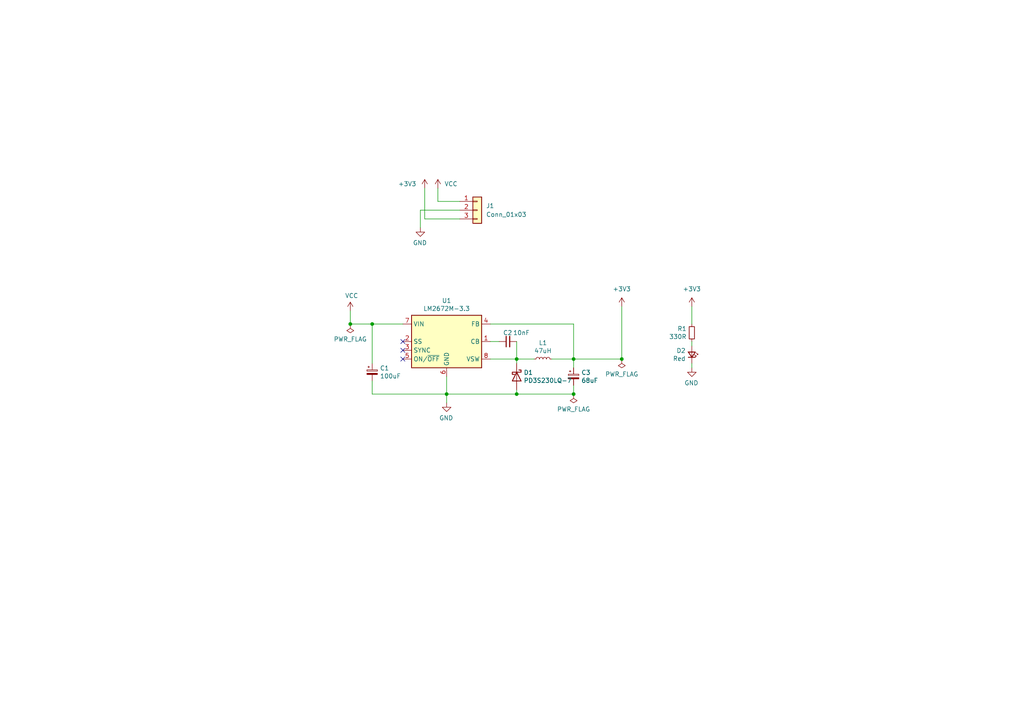
<source format=kicad_sch>
(kicad_sch (version 20211123) (generator eeschema)
  (paper "A4")
  (lib_symbols
    (symbol "Connector_Generic:Conn_01x03" (pin_names (offset 1.016) hide)
      (property "Reference" "J" (at 0 5.08 0))
      (property "Value" "Conn_01x03" (at 0 -5.08 0))
      (symbol "Conn_01x03_1_1"
        (rectangle (start -1.27 -2.413) (end 0 -2.667) (stroke (width 0.1524)))
        (rectangle (start -1.27 0.127) (end 0 -0.127) (stroke (width 0.1524)))
        (rectangle (start -1.27 2.667) (end 0 2.413) (stroke (width 0.1524)))
        (rectangle (start -1.27 3.81) (end 1.27 -3.81) (stroke (width 0.254)) (fill (type background)))
        (pin passive line (at -5.08 2.54 0) (length 3.81) (name "Pin_1") (number "1"))
        (pin passive line (at -5.08 0 0) (length 3.81) (name "Pin_2") (number "2"))
        (pin passive line (at -5.08 -2.54 0) (length 3.81) (name "Pin_3") (number "3"))
      )
    )
    (symbol "Device:CP_Small" (pin_numbers hide) (pin_names (offset 0.254) hide)
      (property "Reference" "C" (at 0.254 1.778 0))
      (property "Value" "Device_CP_Small" (at 0.254 -2.032 0))
      (symbol "CP_Small_0_1"
        (rectangle (start -1.524 -0.3048) (end 1.524 -0.6858) (fill (type outline)))
        (rectangle (start -1.524 0.6858) (end 1.524 0.3048))
        (polyline (pts (xy -1.27 1.524) (xy -0.762 1.524)))
        (polyline (pts (xy -1.016 1.27) (xy -1.016 1.778)))
      )
      (symbol "CP_Small_1_1"
        (pin passive line (at 0 2.54 270) (length 1.8542) (name "~") (number "1"))
        (pin passive line (at 0 -2.54 90) (length 1.8542) (name "~") (number "2"))
      )
    )
    (symbol "Device:C_Small" (pin_numbers hide) (pin_names (offset 0.254) hide)
      (property "Reference" "C" (at 0.254 1.778 0))
      (property "Value" "C_Small" (at 0.254 -2.032 0))
      (symbol "C_Small_0_1"
        (polyline (pts (xy -1.524 -0.508) (xy 1.524 -0.508)) (stroke (width 0.3302)))
        (polyline (pts (xy -1.524 0.508) (xy 1.524 0.508)) (stroke (width 0.3048)))
      )
      (symbol "C_Small_1_1"
        (pin passive line (at 0 2.54 270) (length 2.032) (name "~") (number "1"))
        (pin passive line (at 0 -2.54 90) (length 2.032) (name "~") (number "2"))
      )
    )
    (symbol "Device:D_Schottky" (pin_numbers hide) (pin_names (offset 1.016) hide)
      (property "Reference" "D" (at 0 2.54 0))
      (property "Value" "D_Schottky" (at 0 -2.54 0))
      (symbol "D_Schottky_0_1"
        (polyline (pts (xy 1.27 0) (xy -1.27 0)))
        (polyline (pts (xy 1.27 1.27) (xy 1.27 -1.27) (xy -1.27 0) (xy 1.27 1.27)) (stroke (width 0.254)))
        (polyline (pts (xy -1.905 0.635) (xy -1.905 1.27) (xy -1.27 1.27) (xy -1.27 -1.27) (xy -0.635 -1.27) (xy -0.635 -0.635)) (stroke (width 0.254)))
      )
      (symbol "D_Schottky_1_1"
        (pin passive line (at -3.81 0 0) (length 2.54) (name "K") (number "1"))
        (pin passive line (at 3.81 0 180) (length 2.54) (name "A") (number "2"))
      )
    )
    (symbol "Device:LED_Small" (pin_numbers hide) (pin_names (offset 0.254) hide)
      (property "Reference" "D" (at -1.27 3.175 0))
      (property "Value" "LED_Small" (at -4.445 -2.54 0))
      (symbol "LED_Small_0_1"
        (polyline (pts (xy -0.762 -1.016) (xy -0.762 1.016)) (stroke (width 0.254)))
        (polyline (pts (xy 1.016 0) (xy -0.762 0)))
        (polyline (pts (xy 0.762 -1.016) (xy -0.762 0) (xy 0.762 1.016) (xy 0.762 -1.016)) (stroke (width 0.254)))
        (polyline (pts (xy 0 0.762) (xy -0.508 1.27) (xy -0.254 1.27) (xy -0.508 1.27) (xy -0.508 1.016)))
        (polyline (pts (xy 0.508 1.27) (xy 0 1.778) (xy 0.254 1.778) (xy 0 1.778) (xy 0 1.524)))
      )
      (symbol "LED_Small_1_1"
        (pin passive line (at -2.54 0 0) (length 1.778) (name "K") (number "1"))
        (pin passive line (at 2.54 0 180) (length 1.778) (name "A") (number "2"))
      )
    )
    (symbol "Device:L_Small" (pin_numbers hide) (pin_names (offset 0.254) hide)
      (property "Reference" "L" (at 0.762 1.016 0))
      (property "Value" "L_Small" (at 0.762 -1.016 0))
      (symbol "L_Small_0_1"
        (arc (start 0 -2.032) (mid 0.508 -1.524) (end 0 -1.016))
        (arc (start 0 -1.016) (mid 0.508 -0.508) (end 0 0))
        (arc (start 0 0) (mid 0.508 0.508) (end 0 1.016))
        (arc (start 0 1.016) (mid 0.508 1.524) (end 0 2.032))
      )
      (symbol "L_Small_1_1"
        (pin passive line (at 0 2.54 270) (length 0.508) (name "~") (number "1"))
        (pin passive line (at 0 -2.54 90) (length 0.508) (name "~") (number "2"))
      )
    )
    (symbol "Device:R_Small" (pin_numbers hide) (pin_names (offset 0.254) hide)
      (property "Reference" "R" (at 0.762 0.508 0))
      (property "Value" "R_Small" (at 0.762 -1.016 0))
      (symbol "R_Small_0_1"
        (rectangle (start -0.762 1.778) (end 0.762 -1.778) (stroke (width 0.2032)))
      )
      (symbol "R_Small_1_1"
        (pin passive line (at 0 2.54 270) (length 0.762) (name "~") (number "1"))
        (pin passive line (at 0 -2.54 90) (length 0.762) (name "~") (number "2"))
      )
    )
    (symbol "Regulator_Switching:LM2672M-3.3"
      (property "Reference" "U" (at -10.16 8.89 0))
      (property "Value" "LM2672M-3.3" (at 0 8.89 0))
      (symbol "LM2672M-3.3_0_1"
        (rectangle (start -10.16 7.62) (end 10.16 -7.62) (stroke (width 0.254)) (fill (type background)))
      )
      (symbol "LM2672M-3.3_1_1"
        (pin input line (at 12.7 0 180) (length 2.54) (name "CB") (number "1"))
        (pin input line (at -12.7 0 0) (length 2.54) (name "SS") (number "2"))
        (pin input line (at -12.7 -2.54 0) (length 2.54) (name "SYNC") (number "3"))
        (pin input line (at 12.7 5.08 180) (length 2.54) (name "FB") (number "4"))
        (pin input line (at -12.7 -5.08 0) (length 2.54) (name "ON/~{OFF}") (number "5"))
        (pin power_in line (at 0 -10.16 90) (length 2.54) (name "GND") (number "6"))
        (pin power_in line (at -12.7 5.08 0) (length 2.54) (name "VIN") (number "7"))
        (pin output line (at 12.7 -5.08 180) (length 2.54) (name "VSW") (number "8"))
      )
    )
    (symbol "power:+3V3" (power) (pin_names (offset 0))
      (property "Value" "+3V3" (at 0 3.556 0))
      (symbol "+3V3_0_1"
        (polyline (pts (xy -0.762 1.27) (xy 0 2.54)))
        (polyline (pts (xy 0 0) (xy 0 2.54)))
        (polyline (pts (xy 0 2.54) (xy 0.762 1.27)))
      )
      (symbol "+3V3_1_1"
        (pin power_in line (at 0 0 90) (length 0) hide (name "+3V3") (number "1"))
      )
    )
    (symbol "power:GND" (power) (pin_names (offset 0))
      (property "Value" "GND" (at 0 -3.81 0))
      (symbol "GND_0_1"
        (polyline (pts (xy 0 0) (xy 0 -1.27) (xy 1.27 -1.27) (xy 0 -2.54) (xy -1.27 -1.27) (xy 0 -1.27)))
      )
      (symbol "GND_1_1"
        (pin power_in line (at 0 0 270) (length 0) hide (name "GND") (number "1"))
      )
    )
    (symbol "power:PWR_FLAG" (power) (pin_numbers hide) (pin_names (offset 0) hide)
      (property "Value" "PWR_FLAG" (at 0 3.81 0))
      (symbol "PWR_FLAG_0_0"
        (pin power_out line (at 0 0 90) (length 0) (name "pwr") (number "1"))
      )
      (symbol "PWR_FLAG_0_1"
        (polyline (pts (xy 0 0) (xy 0 1.27) (xy -1.016 1.905) (xy 0 2.54) (xy 1.016 1.905) (xy 0 1.27)))
      )
    )
    (symbol "power:VCC" (power) (pin_names (offset 0))
      (property "Value" "VCC" (at 0 3.81 0))
      (symbol "VCC_0_1"
        (polyline (pts (xy -0.762 1.27) (xy 0 2.54)))
        (polyline (pts (xy 0 0) (xy 0 2.54)))
        (polyline (pts (xy 0 2.54) (xy 0.762 1.27)))
      )
      (symbol "VCC_1_1"
        (pin power_in line (at 0 0 90) (length 0) hide (name "VCC") (number "1"))
      )
    )
  )
  (junction (at 180.34 104.14))
  (junction (at 166.37 104.14))
  (junction (at 101.6 93.98))
  (junction (at 107.95 93.98))
  (junction (at 149.86 104.14))
  (junction (at 166.37 114.3))
  (junction (at 129.54 114.3))
  (junction (at 149.86 114.3))
  (no_connect (at 116.84 101.6))
  (no_connect (at 116.84 99.06))
  (no_connect (at 116.84 104.14))
  (wire (pts (xy 121.92 60.96) (xy 133.35 60.96)))
  (wire (pts (xy 121.92 60.96) (xy 121.92 66.04)))
  (wire (pts (xy 180.34 88.9) (xy 180.34 104.14)))
  (wire (pts (xy 149.86 99.06) (xy 149.86 104.14)))
  (wire (pts (xy 166.37 93.98) (xy 166.37 104.14)))
  (wire (pts (xy 107.95 114.3) (xy 129.54 114.3)))
  (wire (pts (xy 101.6 93.98) (xy 107.95 93.98)))
  (wire (pts (xy 129.54 114.3) (xy 129.54 109.22)))
  (wire (pts (xy 149.86 104.14) (xy 149.86 105.41)))
  (wire (pts (xy 166.37 104.14) (xy 180.34 104.14)))
  (wire (pts (xy 107.95 105.41) (xy 107.95 93.98)))
  (wire (pts (xy 107.95 93.98) (xy 116.84 93.98)))
  (wire (pts (xy 123.19 63.5) (xy 133.35 63.5)))
  (wire (pts (xy 129.54 116.84) (xy 129.54 114.3)))
  (wire (pts (xy 101.6 90.17) (xy 101.6 93.98)))
  (wire (pts (xy 200.66 100.33) (xy 200.66 99.06)))
  (wire (pts (xy 127 58.42) (xy 133.35 58.42)))
  (wire (pts (xy 160.02 104.14) (xy 166.37 104.14)))
  (wire (pts (xy 142.24 104.14) (xy 149.86 104.14)))
  (wire (pts (xy 142.24 93.98) (xy 166.37 93.98)))
  (wire (pts (xy 149.86 104.14) (xy 154.94 104.14)))
  (wire (pts (xy 166.37 104.14) (xy 166.37 106.68)))
  (wire (pts (xy 127 54.61) (xy 127 58.42)))
  (wire (pts (xy 149.86 113.03) (xy 149.86 114.3)))
  (wire (pts (xy 129.54 114.3) (xy 149.86 114.3)))
  (wire (pts (xy 142.24 99.06) (xy 144.78 99.06)))
  (wire (pts (xy 107.95 110.49) (xy 107.95 114.3)))
  (wire (pts (xy 166.37 111.76) (xy 166.37 114.3)))
  (wire (pts (xy 200.66 106.68) (xy 200.66 105.41)))
  (wire (pts (xy 123.19 54.61) (xy 123.19 63.5)))
  (wire (pts (xy 200.66 88.9) (xy 200.66 93.98)))
  (wire (pts (xy 149.86 114.3) (xy 166.37 114.3)))
  (symbol (lib_id "Device:R_Small") (at 200.66 96.52 0) (mirror y) (unit 1)
    (property "Reference" "R1" (at 199.1614 95.3516 0) (effects (justify left)))
    (property "Value" "330R" (at 199.1614 97.663 0) (effects (justify left)))
    (property "Footprint" "Resistor_SMD:R_0603_1608Metric" (effects hide))
  )
  (symbol (lib_id "power:VCC") (at 101.6 90.17 0) (unit 1)
    (property "Reference" "#PWR03" (effects hide))
    (property "Value" "VCC" (at 101.981 85.7758 0))
  )
  (symbol (lib_id "power:GND") (at 121.92 66.04 0) (mirror y) (unit 1)
    (property "Reference" "#PWR0103" (effects hide))
    (property "Value" "GND" (at 121.793 70.4342 0))
  )
  (symbol (lib_id "Device:CP_Small") (at 166.37 109.22 0) (unit 1)
    (property "Reference" "C3" (at 168.6052 108.0516 0) (effects (justify left)))
    (property "Value" "68uF" (at 168.6052 110.363 0) (effects (justify left)))
    (property "Footprint" "Capacitor_Tantalum_SMD:CP_EIA-3216-18_Kemet-A" (effects hide))
    (property "Datasheet" "https://www.mouser.com/datasheet/2/212/1/KEM_T2005_T491-1093550.pdf" (effects hide))
    (property "MPN" "T491A686K006AT" (effects hide))
  )
  (symbol (lib_id "power:PWR_FLAG") (at 101.6 93.98 0) (mirror x) (unit 1)
    (property "Reference" "#FLG01" (effects hide))
    (property "Value" "PWR_FLAG" (at 101.6 98.3742 0))
  )
  (symbol (lib_id "power:PWR_FLAG") (at 180.34 104.14 0) (mirror x) (unit 1)
    (property "Reference" "#FLG03" (effects hide))
    (property "Value" "PWR_FLAG" (at 180.34 108.5342 0))
  )
  (symbol (lib_id "Device:D_Schottky") (at 149.86 109.22 270) (unit 1)
    (property "Reference" "D1" (at 151.892 108.0516 90) (effects (justify left)))
    (property "Value" "PD3S230LQ-7" (at 151.892 110.363 90) (effects (justify left)))
    (property "Footprint" "Library:D_PowerDI-323" (effects hide))
    (property "MPN" "PD3S230LQ-7 " (effects hide))
  )
  (symbol (lib_id "power:GND") (at 200.66 106.68 0) (mirror y) (unit 1)
    (property "Reference" "#PWR05" (effects hide))
    (property "Value" "GND" (at 200.533 111.0742 0))
  )
  (symbol (lib_id "Device:LED_Small") (at 200.66 102.87 270) (mirror x) (unit 1)
    (property "Reference" "D2" (at 198.882 101.7016 90) (effects (justify right)))
    (property "Value" "Red" (at 198.882 104.013 90) (effects (justify right)))
    (property "Footprint" "LED_SMD:LED_0603_1608Metric" (effects hide))
  )
  (symbol (lib_id "power:+3V3") (at 123.19 54.61 0) (unit 1)
    (property "Reference" "#PWR0104" (effects hide))
    (property "Value" "+3V3" (at 118.11 53.34 0))
  )
  (symbol (lib_id "Regulator_Switching:LM2672M-3.3") (at 129.54 99.06 0) (unit 1)
    (property "Reference" "U1" (at 129.54 87.1982 0))
    (property "Value" "LM2672M-3.3" (at 129.54 89.5096 0))
    (property "Footprint" "Package_SO:SOIC-8_3.9x4.9mm_P1.27mm" (effects hide))
    (property "Datasheet" "http://www.ti.com/lit/ds/symlink/lm2672.pdf" (effects hide))
    (property "MPN" "LM2672M-3.3/NOPB" (effects hide))
  )
  (symbol (lib_id "power:PWR_FLAG") (at 166.37 114.3 0) (mirror x) (unit 1)
    (property "Reference" "#FLG02" (effects hide))
    (property "Value" "PWR_FLAG" (at 166.37 118.6942 0))
  )
  (symbol (lib_id "power:+3V3") (at 200.66 88.9 0) (unit 1)
    (property "Reference" "#PWR0102" (effects hide))
    (property "Value" "+3V3" (at 200.66 83.82 0))
  )
  (symbol (lib_id "power:VCC") (at 127 54.61 0) (unit 1)
    (property "Reference" "#PWR0105" (effects hide))
    (property "Value" "VCC" (at 130.81 53.34 0))
  )
  (symbol (lib_id "Device:L_Small") (at 157.48 104.14 90) (unit 1)
    (property "Reference" "L1" (at 157.48 99.441 90))
    (property "Value" "47uH" (at 157.48 101.7524 90))
    (property "Footprint" "Inductor_SMD:L_Coilcraft_LPS5030" (effects hide))
    (property "MPN" "MSS6132-473MLC" (effects hide))
  )
  (symbol (lib_id "Connector_Generic:Conn_01x03") (at 138.43 60.96 0) (unit 1)
    (property "Reference" "J1" (at 140.97 59.6899 0) (effects (justify left)))
    (property "Value" "Conn_01x03" (at 140.97 62.2299 0) (effects (justify left)))
    (property "Footprint" "Connector_PinHeader_2.54mm:PinHeader_1x03_P2.54mm_Horizontal" (effects hide))
  )
  (symbol (lib_id "Device:CP_Small") (at 107.95 107.95 0) (unit 1)
    (property "Reference" "C1" (at 110.1852 106.7816 0) (effects (justify left)))
    (property "Value" "100uF" (at 110.1852 109.093 0) (effects (justify left)))
    (property "Footprint" "Capacitor_Tantalum_SMD:CP_EIA-7343-43_Kemet-X" (effects hide))
    (property "Datasheet" "https://www.mouser.com/datasheet/2/212/1/KEM_T2005_T491-1093550.pdf" (effects hide))
    (property "MPN" "T491X107M025AT" (effects hide))
  )
  (symbol (lib_id "power:+3V3") (at 180.34 88.9 0) (unit 1)
    (property "Reference" "#PWR0101" (effects hide))
    (property "Value" "+3V3" (at 180.34 83.82 0))
  )
  (symbol (lib_id "Device:C_Small") (at 147.32 99.06 90) (unit 1)
    (property "Reference" "C2" (at 148.59 96.52 90) (effects (justify left)))
    (property "Value" "10nF" (at 153.67 96.52 90) (effects (justify left)))
    (property "Footprint" "Capacitor_SMD:C_0603_1608Metric" (effects hide))
  )
  (symbol (lib_id "power:GND") (at 129.54 116.84 0) (mirror y) (unit 1)
    (property "Reference" "#PWR02" (effects hide))
    (property "Value" "GND" (at 129.413 121.2342 0))
  )
)
</source>
